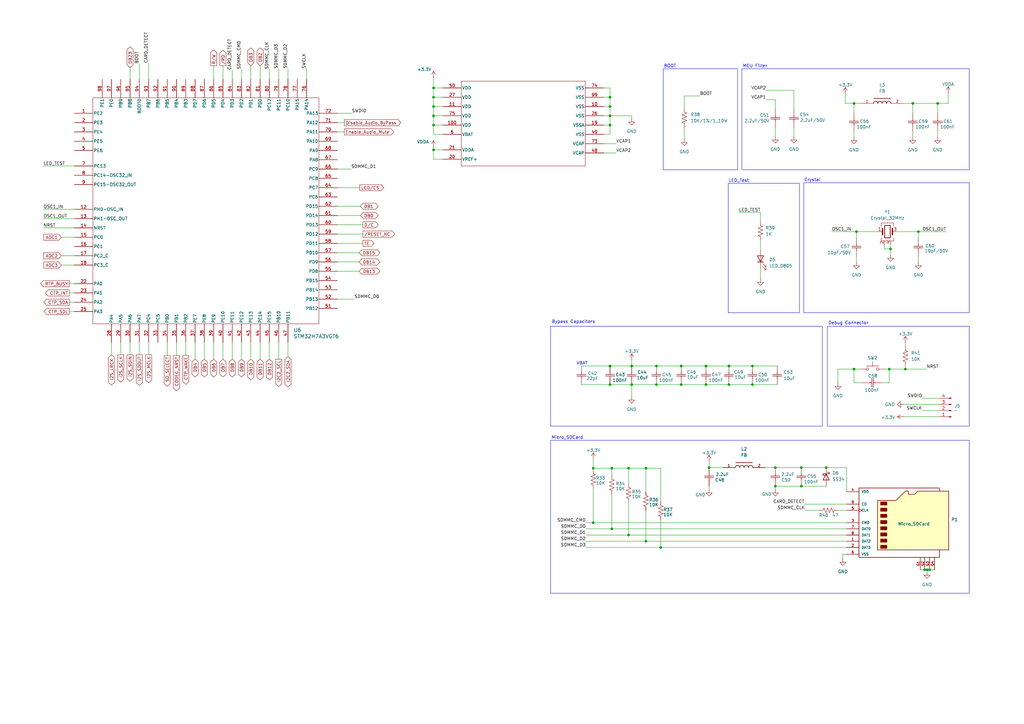
<source format=kicad_sch>
(kicad_sch (version 20231120) (generator "eeschema") (generator_version "8.0")
  (paper "A3")
  (junction (at 269.24 150.114))
  (junction (at 289.56 157.734))
  (junction (at 257.81 192.024))
  (junction (at 250.19 51.308))
  (junction (at 338.836 191.77))
  (junction (at 269.24 157.734))
  (junction (at 290.83 191.77))
  (junction (at 376.682 94.996))
  (junction (at 177.8 43.688))
  (junction (at 318.008 199.39))
  (junction (at 259.08 157.734))
  (junction (at 350.266 151.384))
  (junction (at 318.008 191.77))
  (junction (at 365.252 102.108))
  (junction (at 308.61 157.734))
  (junction (at 298.958 157.734))
  (junction (at 177.8 47.498))
  (junction (at 328.676 191.77))
  (junction (at 177.8 36.068))
  (junction (at 279.4 157.734))
  (junction (at 289.56 150.114))
  (junction (at 380.238 233.68))
  (junction (at 250.19 47.498))
  (junction (at 243.332 192.024))
  (junction (at 264.922 192.024))
  (junction (at 177.8 61.468))
  (junction (at 250.19 157.734))
  (junction (at 381.254 233.68))
  (junction (at 250.952 216.916))
  (junction (at 384.556 42.418))
  (junction (at 351.282 94.996))
  (junction (at 328.676 199.39))
  (junction (at 259.08 150.114))
  (junction (at 177.8 51.308))
  (junction (at 298.958 150.114))
  (junction (at 350.266 42.418))
  (junction (at 250.952 192.024))
  (junction (at 250.19 39.878))
  (junction (at 364.744 151.384))
  (junction (at 374.396 42.418))
  (junction (at 264.922 221.996))
  (junction (at 243.332 214.376))
  (junction (at 371.348 151.384))
  (junction (at 257.81 219.456))
  (junction (at 308.61 150.114))
  (junction (at 271.018 224.536))
  (junction (at 250.19 150.114))
  (junction (at 279.4 150.114))
  (junction (at 379.222 233.68))
  (junction (at 250.19 43.688))
  (junction (at 177.8 39.878))
  (wire (pts (xy 177.8 47.498) (xy 177.8 43.688)))
  (wire (pts (xy 314.198 37.084) (xy 325.628 37.084)))
  (wire (pts (xy 247.65 39.878) (xy 250.19 39.878)))
  (wire (pts (xy 271.018 213.36) (xy 271.018 224.536)))
  (wire (pts (xy 350.266 151.384) (xy 352.806 151.384)))
  (wire (pts (xy 257.81 205.994) (xy 257.81 219.456)))
  (wire (pts (xy 72.39 145.796) (xy 72.39 140.462)))
  (wire (pts (xy 318.008 40.894) (xy 318.008 44.704)))
  (wire (pts (xy 181.61 55.118) (xy 177.8 55.118)))
  (wire (pts (xy 250.19 51.308) (xy 250.19 55.118)))
  (wire (pts (xy 347.218 191.77) (xy 347.218 201.676)))
  (wire (pts (xy 99.06 147.32) (xy 99.06 140.462)))
  (wire (pts (xy 313.944 191.77) (xy 318.008 191.77)))
  (wire (pts (xy 350.266 42.418) (xy 350.266 46.228)))
  (wire (pts (xy 181.61 65.278) (xy 177.8 65.278)))
  (wire (pts (xy 177.8 31.75) (xy 177.8 36.068)))
  (wire (pts (xy 250.952 202.692) (xy 250.952 216.916)))
  (wire (pts (xy 147.32 111.252) (xy 138.43 111.252)))
  (wire (pts (xy 311.912 87.122) (xy 311.912 90.932)))
  (wire (pts (xy 376.682 105.156) (xy 376.682 107.696)))
  (wire (pts (xy 250.952 216.916) (xy 347.218 216.916)))
  (wire (pts (xy 45.72 145.542) (xy 45.72 140.462)))
  (wire (pts (xy 25.146 108.712) (xy 30.48 108.712)))
  (wire (pts (xy 53.34 145.542) (xy 53.34 140.462)))
  (wire (pts (xy 250.19 43.688) (xy 250.19 47.498)))
  (wire (pts (xy 240.284 216.916) (xy 250.952 216.916)))
  (wire (pts (xy 343.662 151.384) (xy 350.266 151.384)))
  (wire (pts (xy 106.68 147.32) (xy 106.68 140.462)))
  (wire (pts (xy 250.19 157.734) (xy 259.08 157.734)))
  (wire (pts (xy 374.396 46.228) (xy 374.396 42.418)))
  (wire (pts (xy 287.02 39.37) (xy 280.67 39.37)))
  (wire (pts (xy 341.122 94.996) (xy 351.282 94.996)))
  (wire (pts (xy 362.712 102.108) (xy 365.252 102.108)))
  (wire (pts (xy 68.58 145.796) (xy 68.58 140.462)))
  (wire (pts (xy 177.8 47.498) (xy 177.8 51.308)))
  (wire (pts (xy 49.53 145.542) (xy 49.53 140.462)))
  (wire (pts (xy 351.282 94.996) (xy 360.172 94.996)))
  (wire (pts (xy 110.49 147.32) (xy 110.49 140.462)))
  (wire (pts (xy 290.83 189.23) (xy 290.83 191.77)))
  (wire (pts (xy 350.266 156.972) (xy 350.266 151.384)))
  (wire (pts (xy 250.952 192.024) (xy 250.952 195.072)))
  (wire (pts (xy 17.78 93.472) (xy 30.48 93.472)))
  (wire (pts (xy 380.238 233.68) (xy 380.238 234.696)))
  (wire (pts (xy 28.448 116.332) (xy 30.48 116.332)))
  (wire (pts (xy 298.958 157.734) (xy 308.61 157.734)))
  (wire (pts (xy 388.874 42.418) (xy 384.556 42.418)))
  (wire (pts (xy 370.586 170.942) (xy 385.064 170.942)))
  (wire (pts (xy 354.076 156.972) (xy 350.266 156.972)))
  (wire (pts (xy 269.24 157.734) (xy 279.4 157.734)))
  (wire (pts (xy 364.744 151.384) (xy 362.966 151.384)))
  (wire (pts (xy 60.96 25.908) (xy 60.96 32.512)))
  (wire (pts (xy 252.73 62.738) (xy 247.65 62.738)))
  (wire (pts (xy 240.284 224.536) (xy 271.018 224.536)))
  (wire (pts (xy 243.332 214.376) (xy 347.218 214.376)))
  (wire (pts (xy 250.19 47.498) (xy 250.19 51.308)))
  (wire (pts (xy 102.87 26.924) (xy 102.87 32.512)))
  (wire (pts (xy 252.73 58.928) (xy 247.65 58.928)))
  (wire (pts (xy 361.696 156.972) (xy 364.744 156.972)))
  (wire (pts (xy 385.064 165.862) (xy 370.586 165.862)))
  (wire (pts (xy 303.022 87.122) (xy 311.912 87.122)))
  (wire (pts (xy 240.284 214.376) (xy 243.332 214.376)))
  (wire (pts (xy 345.694 227.33) (xy 345.694 229.362)))
  (wire (pts (xy 141.224 50.292) (xy 138.43 50.292)))
  (wire (pts (xy 95.25 147.32) (xy 95.25 140.462)))
  (wire (pts (xy 83.82 147.32) (xy 83.82 140.462)))
  (wire (pts (xy 250.19 55.118) (xy 247.65 55.118)))
  (wire (pts (xy 289.56 157.734) (xy 298.958 157.734)))
  (wire (pts (xy 318.008 199.39) (xy 328.676 199.39)))
  (wire (pts (xy 384.556 53.848) (xy 384.556 56.388)))
  (wire (pts (xy 259.08 157.734) (xy 259.08 162.814)))
  (wire (pts (xy 311.912 98.552) (xy 311.912 102.362)))
  (wire (pts (xy 376.682 94.996) (xy 376.682 97.536)))
  (wire (pts (xy 388.874 38.1) (xy 388.874 42.418)))
  (wire (pts (xy 243.332 200.406) (xy 243.332 214.376)))
  (wire (pts (xy 279.4 157.734) (xy 289.56 157.734)))
  (wire (pts (xy 311.912 109.982) (xy 311.912 114.554)))
  (wire (pts (xy 329.946 206.756) (xy 347.218 206.756)))
  (wire (pts (xy 177.8 60.198) (xy 177.8 61.468)))
  (wire (pts (xy 370.586 42.418) (xy 374.396 42.418)))
  (wire (pts (xy 76.2 145.796) (xy 76.2 140.462)))
  (wire (pts (xy 145.288 122.682) (xy 138.43 122.682)))
  (wire (pts (xy 365.252 102.108) (xy 365.252 100.076)))
  (wire (pts (xy 141.224 54.102) (xy 138.43 54.102)))
  (wire (pts (xy 181.61 61.468) (xy 177.8 61.468)))
  (wire (pts (xy 240.284 221.996) (xy 264.922 221.996)))
  (wire (pts (xy 57.15 145.542) (xy 57.15 140.462)))
  (wire (pts (xy 371.348 140.462) (xy 371.348 142.24)))
  (wire (pts (xy 325.628 52.324) (xy 325.628 56.134)))
  (wire (pts (xy 343.662 209.296) (xy 347.218 209.296)))
  (wire (pts (xy 80.01 147.32) (xy 80.01 140.462)))
  (wire (pts (xy 144.018 69.342) (xy 138.43 69.342)))
  (wire (pts (xy 269.24 150.114) (xy 279.4 150.114)))
  (wire (pts (xy 53.34 27.686) (xy 53.34 32.512)))
  (wire (pts (xy 257.81 219.456) (xy 347.218 219.456)))
  (wire (pts (xy 243.332 192.024) (xy 250.952 192.024)))
  (wire (pts (xy 99.06 28.448) (xy 99.06 32.512)))
  (wire (pts (xy 350.266 53.848) (xy 350.266 56.388)))
  (wire (pts (xy 325.628 37.084) (xy 325.628 44.704)))
  (wire (pts (xy 148.844 99.822) (xy 138.43 99.822)))
  (wire (pts (xy 238.506 157.734) (xy 250.19 157.734)))
  (wire (pts (xy 378.206 168.402) (xy 385.064 168.402)))
  (wire (pts (xy 347.218 227.33) (xy 345.694 227.33)))
  (wire (pts (xy 351.282 94.996) (xy 351.282 97.536)))
  (wire (pts (xy 148.844 96.012) (xy 138.43 96.012)))
  (wire (pts (xy 91.44 147.32) (xy 91.44 140.462)))
  (wire (pts (xy 247.65 51.308) (xy 250.19 51.308)))
  (wire (pts (xy 259.08 157.734) (xy 269.24 157.734)))
  (wire (pts (xy 102.87 147.32) (xy 102.87 140.462)))
  (wire (pts (xy 147.32 103.632) (xy 138.43 103.632)))
  (wire (pts (xy 346.71 38.354) (xy 346.71 42.418)))
  (wire (pts (xy 106.68 26.924) (xy 106.68 32.512)))
  (wire (pts (xy 264.922 221.996) (xy 347.218 221.996)))
  (wire (pts (xy 60.96 145.542) (xy 60.96 140.462)))
  (wire (pts (xy 238.506 150.114) (xy 250.19 150.114)))
  (wire (pts (xy 280.67 52.07) (xy 280.67 57.15)))
  (wire (pts (xy 259.08 48.768) (xy 259.08 47.498)))
  (wire (pts (xy 181.61 43.688) (xy 177.8 43.688)))
  (wire (pts (xy 280.67 39.37) (xy 280.67 44.45)))
  (wire (pts (xy 318.008 52.324) (xy 318.008 56.134)))
  (wire (pts (xy 181.61 51.308) (xy 177.8 51.308)))
  (wire (pts (xy 181.61 47.498) (xy 177.8 47.498)))
  (wire (pts (xy 177.8 55.118) (xy 177.8 51.308)))
  (wire (pts (xy 379.984 151.384) (xy 371.348 151.384)))
  (wire (pts (xy 298.958 150.114) (xy 308.61 150.114)))
  (wire (pts (xy 125.73 28.194) (xy 125.73 32.512)))
  (wire (pts (xy 290.83 199.39) (xy 290.83 200.914)))
  (wire (pts (xy 328.676 199.39) (xy 338.836 199.39)))
  (wire (pts (xy 351.282 105.156) (xy 351.282 107.696)))
  (wire (pts (xy 138.43 46.482) (xy 144.272 46.482)))
  (wire (pts (xy 362.712 100.076) (xy 362.712 102.108)))
  (wire (pts (xy 240.284 219.456) (xy 257.81 219.456)))
  (wire (pts (xy 95.25 28.702) (xy 95.25 32.512)))
  (wire (pts (xy 271.018 205.74) (xy 271.018 192.024)))
  (wire (pts (xy 28.448 127.762) (xy 30.48 127.762)))
  (wire (pts (xy 374.396 42.418) (xy 384.556 42.418)))
  (wire (pts (xy 247.65 47.498) (xy 250.19 47.498)))
  (wire (pts (xy 364.744 151.384) (xy 364.744 156.972)))
  (wire (pts (xy 28.448 123.952) (xy 30.48 123.952)))
  (wire (pts (xy 110.49 28.448) (xy 110.49 32.512)))
  (wire (pts (xy 264.922 192.024) (xy 264.922 201.676)))
  (wire (pts (xy 347.218 191.77) (xy 338.836 191.77)))
  (wire (pts (xy 250.19 150.114) (xy 259.08 150.114)))
  (wire (pts (xy 148.844 92.202) (xy 138.43 92.202)))
  (wire (pts (xy 377.444 233.68) (xy 379.222 233.68)))
  (wire (pts (xy 25.146 97.282) (xy 30.48 97.282)))
  (wire (pts (xy 17.78 68.072) (xy 30.48 68.072)))
  (wire (pts (xy 381.254 233.68) (xy 383.286 233.68)))
  (wire (pts (xy 177.8 65.278) (xy 177.8 61.468)))
  (wire (pts (xy 271.018 192.024) (xy 264.922 192.024)))
  (wire (pts (xy 353.06 42.418) (xy 350.266 42.418)))
  (wire (pts (xy 250.19 47.498) (xy 259.08 47.498)))
  (wire (pts (xy 177.8 43.688) (xy 177.8 39.878)))
  (wire (pts (xy 118.11 28.194) (xy 118.11 32.512)))
  (wire (pts (xy 379.222 233.68) (xy 380.238 233.68)))
  (wire (pts (xy 388.112 94.996) (xy 376.682 94.996)))
  (wire (pts (xy 177.8 36.068) (xy 177.8 39.878)))
  (wire (pts (xy 25.146 104.902) (xy 30.48 104.902)))
  (wire (pts (xy 289.56 150.114) (xy 298.958 150.114)))
  (wire (pts (xy 147.574 76.962) (xy 138.43 76.962)))
  (wire (pts (xy 271.018 224.536) (xy 347.218 224.536)))
  (wire (pts (xy 114.3 147.32) (xy 114.3 140.462)))
  (wire (pts (xy 147.828 88.392) (xy 138.43 88.392)))
  (wire (pts (xy 365.252 102.108) (xy 365.252 104.648)))
  (wire (pts (xy 243.332 188.214) (xy 243.332 192.024)))
  (wire (pts (xy 374.396 53.848) (xy 374.396 56.388)))
  (wire (pts (xy 257.81 192.024) (xy 264.922 192.024)))
  (wire (pts (xy 250.19 39.878) (xy 250.19 43.688)))
  (wire (pts (xy 257.81 192.024) (xy 257.81 198.374)))
  (wire (pts (xy 28.448 120.142) (xy 30.48 120.142)))
  (wire (pts (xy 247.65 36.068) (xy 250.19 36.068)))
  (wire (pts (xy 308.61 150.114) (xy 318.77 150.114)))
  (wire (pts (xy 87.63 147.32) (xy 87.63 140.462)))
  (wire (pts (xy 250.952 192.024) (xy 257.81 192.024)))
  (wire (pts (xy 147.32 107.442) (xy 138.43 107.442)))
  (wire (pts (xy 318.008 200.914) (xy 318.008 199.39)))
  (wire (pts (xy 259.08 150.114) (xy 269.24 150.114)))
  (wire (pts (xy 264.922 209.296) (xy 264.922 221.996)))
  (wire (pts (xy 147.828 84.582) (xy 138.43 84.582)))
  (wire (pts (xy 308.61 157.734) (xy 318.77 157.734)))
  (wire (pts (xy 384.556 42.418) (xy 384.556 46.228)))
  (wire (pts (xy 279.4 150.114) (xy 289.56 150.114)))
  (wire (pts (xy 181.61 39.878) (xy 177.8 39.878)))
  (wire (pts (xy 57.15 26.162) (xy 57.15 32.512)))
  (wire (pts (xy 371.348 151.384) (xy 364.744 151.384)))
  (wire (pts (xy 371.348 149.86) (xy 371.348 151.384)))
  (wire (pts (xy 346.71 42.418) (xy 350.266 42.418)))
  (wire (pts (xy 87.63 26.924) (xy 87.63 32.512)))
  (wire (pts (xy 243.332 192.024) (xy 243.332 192.786)))
  (wire (pts (xy 343.662 157.226) (xy 343.662 151.384)))
  (wire (pts (xy 330.2 209.296) (xy 336.042 209.296)))
  (wire (pts (xy 91.44 26.924) (xy 91.44 32.512)))
  (wire (pts (xy 380.238 233.68) (xy 381.254 233.68)))
  (wire (pts (xy 114.3 28.194) (xy 114.3 32.512)))
  (wire (pts (xy 328.676 191.77) (xy 338.836 191.77)))
  (wire (pts (xy 177.546 36.068) (xy 177.8 36.068)))
  (wire (pts (xy 259.08 147.574) (xy 259.08 150.114)))
  (wire (pts (xy 378.206 163.322) (xy 385.064 163.322)))
  (wire (pts (xy 290.83 191.77) (xy 296.418 191.77)))
  (wire (pts (xy 17.78 89.662) (xy 30.48 89.662)))
  (wire (pts (xy 177.8 36.068) (xy 181.61 36.068)))
  (wire (pts (xy 250.19 36.068) (xy 250.19 39.878)))
  (wire (pts (xy 328.676 191.77) (xy 318.008 191.77)))
  (wire (pts (xy 118.11 146.304) (xy 118.11 140.462)))
  (wire (pts (xy 17.78 85.852) (xy 30.48 85.852)))
  (wire (pts (xy 367.792 94.996) (xy 376.682 94.996)))
  (wire (pts (xy 247.65 43.688) (xy 250.19 43.688)))
  (wire (pts (xy 314.198 40.894) (xy 318.008 40.894)))
  (rectangle (start 225.806 133.858) (end 337.312 174.752))
  (rectangle (start 329.692 74.93) (end 397.51 128.27))
  (rectangle (start 298.704 75.184) (end 327.914 128.27))
  (rectangle (start 272.034 28.194) (end 302.514 69.596))
  (rectangle (start 225.806 180.594) (end 397.51 243.332))
  (rectangle (start 339.344 133.858) (end 397.51 174.752))
  (rectangle (start 304.292 28.194) (end 397.51 69.596))
  (text "BOOT" (at 274.828 27.178 0) (effects (font (size 1.27 1.27))))
  (text "Crystal" (at 333.248 73.914 0) (effects (font (size 1.27 1.27))))
  (text "Debug Connector" (at 347.98 132.588 0) (effects (font (size 1.27 1.27))))
  (text "LED_Test" (at 303.022 74.168 0) (effects (font (size 1.27 1.27))))
  (text "VBAT\n" (at 238.76 149.098 0) (effects (font (size 1.27 1.27))))
  (text "Bypass Capacitors" (at 235.204 132.08 0) (effects (font (size 1.27 1.27))))
  (text "Micro_SDCard" (at 232.664 179.578 0) (effects (font (size 1.27 1.27))))
  (text "MCU Filter	" (at 312.166 27.178 0) (effects (font (size 1.27 1.27))))
  (label "CARD_DETECT" (at 329.946 206.756 180))
  (label "LED_TEST" (at 303.022 87.122 0))
  (label "BOOT" (at 57.15 26.162 90))
  (label "OSC1_IN" (at 341.122 94.996 0))
  (label "VCAP1" (at 314.198 40.894 180))
  (label "SWCLK" (at 125.73 28.194 90))
  (label "SDMMC_D2" (at 240.284 221.996 180))
  (label "SDMMC_D1" (at 240.284 219.456 180))
  (label "SDMMC_CMD" (at 99.06 28.448 90))
  (label "SDMMC_CLK" (at 330.2 209.296 180))
  (label "OSC1_OUT" (at 388.112 94.996 180))
  (label "SWDIO" (at 144.272 46.482 0))
  (label "SDMMC_D2" (at 118.11 28.194 90))
  (label "VCAP2" (at 252.73 62.738 0))
  (label "NRST" (at 17.78 93.472 0))
  (label "LED_TEST" (at 17.78 68.072 0))
  (label "SWCLK" (at 378.206 168.402 180))
  (label "SDMMC_D0" (at 145.288 122.682 0))
  (label "OSC1_OUT" (at 17.78 89.662 0))
  (label "CARD_DETECT" (at 95.25 28.702 90))
  (label "SDMMC_CMD" (at 240.284 214.376 180))
  (label "SDMMC_CLK" (at 110.49 28.448 90))
  (label "CARD_DETECT" (at 60.96 25.908 90))
  (label "SDMMC_D3" (at 240.284 224.536 180))
  (label "SWDIO" (at 378.206 163.322 180))
  (label "BOOT" (at 287.02 39.37 0))
  (label "NRST" (at 379.984 151.384 0))
  (label "SDMMC_D3" (at 114.3 28.194 90))
  (label "OSC1_IN" (at 17.78 85.852 0))
  (label "SDMMC_D1" (at 144.018 69.342 0))
  (label "VCAP2" (at 314.198 37.084 180))
  (label "VCAP1" (at 252.73 58.928 0))
  (label "SDMMC_D0" (at 240.284 216.916 180))
  (global_label "DB11" (shape bidirectional) (at 106.68 147.32 270) (property "Intersheetrefs" "${INTERSHEET_REFS}" (effects (hide yes))))
  (global_label "CODEC_NRST" (shape output) (at 72.39 145.796 270) (property "Intersheetrefs" "${INTERSHEET_REFS}" (effects (hide yes))))
  (global_label "I2C2_SDA" (shape bidirectional) (at 118.11 146.304 270) (property "Intersheetrefs" "${INTERSHEET_REFS}" (effects (hide yes))))
  (global_label "SD_SELECT" (shape output) (at 68.58 145.796 270) (property "Intersheetrefs" "${INTERSHEET_REFS}" (effects (hide yes))))
  (global_label "Disable_Audio_ByPass" (shape output) (at 141.224 50.292 0) (property "Intersheetrefs" "${INTERSHEET_REFS}" (effects (hide yes))))
  (global_label "DB6" (shape bidirectional) (at 87.63 147.32 270) (property "Intersheetrefs" "${INTERSHEET_REFS}" (effects (hide yes))))
  (global_label "DB4" (shape bidirectional) (at 80.01 147.32 270) (property "Intersheetrefs" "${INTERSHEET_REFS}" (effects (hide yes))))
  (global_label "I2S_SDIN" (shape output) (at 53.34 145.542 270) (property "Intersheetrefs" "${INTERSHEET_REFS}" (effects (hide yes))))
  (global_label "Enable_Audio_Mute" (shape output) (at 141.224 54.102 0) (property "Intersheetrefs" "${INTERSHEET_REFS}" (effects (hide yes))))
  (global_label "DB23" (shape bidirectional) (at 53.34 27.686 90) (property "Intersheetrefs" "${INTERSHEET_REFS}" (effects (hide yes))))
  (global_label "DB7" (shape bidirectional) (at 91.44 147.32 270) (property "Intersheetrefs" "${INTERSHEET_REFS}" (effects (hide yes))))
  (global_label "D{slash}C" (shape output) (at 148.844 92.202 0) (property "Intersheetrefs" "${INTERSHEET_REFS}" (effects (hide yes))))
  (global_label "LCD{slash}CS" (shape output) (at 147.574 76.962 0) (property "Intersheetrefs" "${INTERSHEET_REFS}" (effects (hide yes))))
  (global_label "DB5" (shape bidirectional) (at 83.82 147.32 270) (property "Intersheetrefs" "${INTERSHEET_REFS}" (effects (hide yes))))
  (global_label "DB3" (shape bidirectional) (at 102.87 26.924 90) (property "Intersheetrefs" "${INTERSHEET_REFS}" (effects (hide yes))))
  (global_label "ADC1" (shape input) (at 25.146 97.282 180) (property "Intersheetrefs" "${INTERSHEET_REFS}" (effects (hide yes))))
  (global_label "RTP_BUSY" (shape output) (at 28.448 116.332 180) (property "Intersheetrefs" "${INTERSHEET_REFS}" (effects (hide yes))))
  (global_label "DB1" (shape bidirectional) (at 147.828 84.582 0) (property "Intersheetrefs" "${INTERSHEET_REFS}" (effects (hide yes))))
  (global_label "CTP_INT" (shape output) (at 28.448 120.142 180) (property "Intersheetrefs" "${INTERSHEET_REFS}" (effects (hide yes))))
  (global_label "DB13" (shape bidirectional) (at 147.32 111.252 0) (property "Intersheetrefs" "${INTERSHEET_REFS}" (effects (hide yes))))
  (global_label "DB0" (shape bidirectional) (at 147.828 88.392 0) (property "Intersheetrefs" "${INTERSHEET_REFS}" (effects (hide yes))))
  (global_label "R{slash}W" (shape output) (at 87.63 26.924 90) (property "Intersheetrefs" "${INTERSHEET_REFS}" (effects (hide yes))))
  (global_label "DB15" (shape bidirectional) (at 147.32 103.632 0) (property "Intersheetrefs" "${INTERSHEET_REFS}" (effects (hide yes))))
  (global_label "I2S_LRCK" (shape bidirectional) (at 45.72 145.542 270) (property "Intersheetrefs" "${INTERSHEET_REFS}" (effects (hide yes))))
  (global_label "DB10" (shape bidirectional) (at 102.87 147.32 270) (property "Intersheetrefs" "${INTERSHEET_REFS}" (effects (hide yes))))
  (global_label "{slash}RESET_NC" (shape output) (at 148.844 96.012 0) (property "Intersheetrefs" "${INTERSHEET_REFS}" (effects (hide yes))))
  (global_label "CTP_WAKE" (shape output) (at 76.2 145.796 270) (property "Intersheetrefs" "${INTERSHEET_REFS}" (effects (hide yes))))
  (global_label "I2S_SDOUT" (shape output) (at 57.15 145.542 270) (property "Intersheetrefs" "${INTERSHEET_REFS}" (effects (hide yes))))
  (global_label "ADC3" (shape input) (at 25.146 108.712 180) (property "Intersheetrefs" "${INTERSHEET_REFS}" (effects (hide yes))))
  (global_label "{slash}RD" (shape output) (at 91.44 26.924 90) (property "Intersheetrefs" "${INTERSHEET_REFS}" (effects (hide yes))))
  (global_label "DB2" (shape bidirectional) (at 106.68 26.924 90) (property "Intersheetrefs" "${INTERSHEET_REFS}" (effects (hide yes))))
  (global_label "I2S_MCLK" (shape output) (at 60.96 145.542 270) (property "Intersheetrefs" "${INTERSHEET_REFS}" (effects (hide yes))))
  (global_label "ADC2" (shape input) (at 25.146 104.902 180) (property "Intersheetrefs" "${INTERSHEET_REFS}" (effects (hide yes))))
  (global_label "CTP_SDA" (shape output) (at 28.448 123.952 180) (property "Intersheetrefs" "${INTERSHEET_REFS}" (effects (hide yes))))
  (global_label "DB14" (shape bidirectional) (at 147.32 107.442 0) (property "Intersheetrefs" "${INTERSHEET_REFS}" (effects (hide yes))))
  (global_label "TE" (shape output) (at 148.844 99.822 0) (property "Intersheetrefs" "${INTERSHEET_REFS}" (effects (hide yes))))
  (global_label "DB12" (shape bidirectional) (at 110.49 147.32 270) (property "Intersheetrefs" "${INTERSHEET_REFS}" (effects (hide yes))))
  (global_label "DB9" (shape bidirectional) (at 99.06 147.32 270) (property "Intersheetrefs" "${INTERSHEET_REFS}" (effects (hide yes))))
  (global_label "DB8" (shape bidirectional) (at 95.25 147.32 270) (property "Intersheetrefs" "${INTERSHEET_REFS}" (effects (hide yes))))
  (global_label "CTP_SDL" (shape output) (at 28.448 127.762 180) (property "Intersheetrefs" "${INTERSHEET_REFS}" (effects (hide yes))))
  (global_label "I2C2_SCL" (shape output) (at 114.3 147.32 270) (property "Intersheetrefs" "${INTERSHEET_REFS}" (effects (hide yes))))
  (global_label "I2S_SCLK" (shape output) (at 49.53 145.542 270) (property "Intersheetrefs" "${INTERSHEET_REFS}" (effects (hide yes))))
  (symbol (lib_id "power:GND") (at 376.682 107.696 0) (unit 1)
    (property "Reference" "#PWR088" (effects (hide yes)))
    (property "Value" "GND" (at 376.682 112.776 0))
    (property "Description" "Power symbol creates a global label with name \"GND\" , ground" (effects (hide yes)))
  )
  (symbol (lib_id "power:GND") (at 380.238 234.696 0) (unit 1)
    (property "Reference" "#PWR089" (effects (hide yes)))
    (property "Value" "GND" (at 380.238 239.776 0))
    (property "Description" "Power symbol creates a global label with name \"GND\" , ground" (effects (hide yes)))
  )
  (symbol (lib_id "power:GND") (at 365.252 104.648 0) (unit 1)
    (property "Reference" "#PWR083" (effects (hide yes)))
    (property "Value" "GND" (at 365.252 109.728 0))
    (property "Description" "Power symbol creates a global label with name \"GND\" , ground" (effects (hide yes)))
  )
  (symbol (lib_id "charge_battery_sym_lib:Res_10K_0603_1%") (at 371.348 149.86 90) (unit 1)
    (property "Reference" "R41" (at 373.634 144.7799 90) (effects (justify right)))
    (property "Value" "10K" (at 373.634 147.3199 90) (effects (justify right)))
    (property "Footprint" "charge_battery_footprint_lib:Res_0603" (effects (hide yes)))
    (property "Datasheet" "https://fscdn.rohm.com/en/products/databook/datasheet/passive/resistor/chip_resistor/esr-e.pdf" (effects (hide yes)))
    (property "Description" "Res 10 KOhm 0603 1%" (effects (hide yes)))
    (property "Supply name" "Thegioiic" (effects (hide yes)))
    (property "Supply part number" "Điện Trở 10 KOhm 0603 1%" (effects (hide yes)))
    (property "Supply URL" "https://www.thegioiic.com/dien-tro-10-kohm-0603-1-" (effects (hide yes)))
  )
  (symbol (lib_id "charge_battery_sym_lib:Ceramic_Cap_SMD_100nF_16V") (at 350.266 47.498 270) (unit 1)
    (property "Reference" "C56" (at 352.552 49.784 90) (effects (justify left)))
    (property "Value" "100nF" (at 351.282 52.07 90) (effects (justify left)))
    (property "Footprint" "charge_battery_footprint_lib:Ceramic_Cap_0603" (effects (hide yes)))
    (property "Datasheet" "https://www.mouser.vn/datasheet/2/40/KYOCERA_AutoMLCCKAM-3106308.pdf" (effects (hide yes)))
    (property "Description" "10%, 0603 (1608 Metric)" (effects (hide yes)))
    (property "Supply name" "Thegioiic" (effects (hide yes)))
    (property "Supply part number" "Tụ Gốm 0603 100nF (0.1uF) 16V" (effects (hide yes)))
    (property "Supply URL" "https://www.thegioiic.com/tu-gom-0603-100nf-0-1uf-16v" (effects (hide yes)))
  )
  (symbol (lib_id "Digital_Multi_Effect_Pedal:SS34") (at 338.836 195.58 270) (unit 1)
    (property "Reference" "D6" (at 341.376 193.9924 90) (effects (justify left)))
    (property "Value" "SS34" (at 341.376 196.5324 90) (effects (justify left)))
    (property "Footprint" "Diode_SMD:D_SMA" (effects (hide yes)))
    (property "Datasheet" "https://www.vishay.com/docs/88751/ss32.pdf" (effects (hide yes)))
    (property "Description" "40V 3A Schottky Diode, SMA" (effects (hide yes)))
  )
  (symbol (lib_id "power:+3.3V") (at 290.83 189.23 0) (unit 1)
    (property "Reference" "#PWR072" (effects (hide yes)))
    (property "Value" "+3.3V" (at 290.83 185.674 0))
    (property "Description" "Power symbol creates a global label with name \"+3.3V\"" (effects (hide yes)))
  )
  (symbol (lib_id "charge_battery_sym_lib:Ceramic_Cap_SMD_1uF_16V") (at 325.628 52.324 90) (unit 1)
    (property "Reference" "C54" (at 327.914 46.99 90) (effects (justify right)))
    (property "Value" "2.2uF/50V" (at 328.168 49.276 90) (effects (justify right)))
    (property "Footprint" "charge_battery_footprint_lib:Ceramic_Cap_0603" (effects (hide yes)))
    (property "Datasheet" "https://www.mouser.vn/datasheet/2/40/KYOCERA_AutoMLCCKAM-3106308.pdf" (effects (hide yes)))
    (property "Description" "10%, 0603 (1608 Metric)" (effects (hide yes)))
    (property "Supply name" "Thegioiic" (effects (hide yes)))
    (property "Supply part number" "Tụ Gốm 0603 2.2uF 50V" (effects (hide yes)))
    (property "Supply URL" "https://www.thegioiic.com/tu-gom-0603-2-2uf-25v" (effects (hide yes)))
  )
  (symbol (lib_id "charge_battery_sym_lib:Res_10K_0603_1%") (at 271.018 213.36 90) (unit 1)
    (property "Reference" "R37" (at 272.034 209.042 90) (effects (justify right)))
    (property "Value" "10K" (at 272.034 211.074 90) (effects (justify right)))
    (property "Footprint" "charge_battery_footprint_lib:Res_0603" (effects (hide yes)))
    (property "Datasheet" "https://fscdn.rohm.com/en/products/databook/datasheet/passive/resistor/chip_resistor/esr-e.pdf" (effects (hide yes)))
    (property "Description" "Res 10 KOhm 0603 1%" (effects (hide yes)))
    (property "Supply name" "Thegioiic" (effects (hide yes)))
    (property "Supply part number" "Điện Trở 10 KOhm 0603 1%" (effects (hide yes)))
    (property "Supply URL" "https://www.thegioiic.com/dien-tro-10-kohm-0603-1-" (effects (hide yes)))
  )
  (symbol (lib_id "power:GND") (at 280.67 57.15 0) (unit 1)
    (property "Reference" "#PWR071" (effects (hide yes)))
    (property "Value" "GND" (at 280.67 62.23 0))
    (property "Description" "Power symbol creates a global label with name \"GND\" , ground" (effects (hide yes)))
  )
  (symbol (lib_id "power:VDDA") (at 388.874 38.1 0) (unit 1)
    (property "Reference" "#PWR091" (effects (hide yes)))
    (property "Value" "VDDA" (at 388.874 34.544 0))
    (property "Description" "Power symbol creates a global label with name \"VDDA\"" (effects (hide yes)))
  )
  (symbol (lib_id "power:+3.3V") (at 346.71 38.354 0) (unit 1)
    (property "Reference" "#PWR080" (effects (hide yes)))
    (property "Value" "+3.3V" (at 346.71 34.798 0))
    (property "Description" "Power symbol creates a global label with name \"+3.3V\"" (effects (hide yes)))
  )
  (symbol (lib_id "power:GND") (at 325.628 56.134 0) (unit 1)
    (property "Reference" "#PWR077" (effects (hide yes)))
    (property "Value" "GND" (at 325.628 61.214 0))
    (property "Description" "Power symbol creates a global label with name \"GND\" , ground" (effects (hide yes)))
  )
  (symbol (lib_id "charge_battery_sym_lib:Res_10K_0603_1%") (at 250.952 202.692 90) (unit 1)
    (property "Reference" "R34" (at 252.476 198.374 90) (effects (justify right)))
    (property "Value" "10K" (at 252.476 200.406 90) (effects (justify right)))
    (property "Footprint" "charge_battery_footprint_lib:Res_0603" (effects (hide yes)))
    (property "Datasheet" "https://fscdn.rohm.com/en/products/databook/datasheet/passive/resistor/chip_resistor/esr-e.pdf" (effects (hide yes)))
    (property "Description" "Res 10 KOhm 0603 1%" (effects (hide yes)))
    (property "Supply name" "Thegioiic" (effects (hide yes)))
    (property "Supply part number" "Điện Trở 10 KOhm 0603 1%" (effects (hide yes)))
    (property "Supply URL" "https://www.thegioiic.com/dien-tro-10-kohm-0603-1-" (effects (hide yes)))
  )
  (symbol (lib_id "power:GND") (at 343.662 157.226 0) (unit 1)
    (property "Reference" "#PWR078" (effects (hide yes)))
    (property "Value" "GND" (at 343.662 162.306 0))
    (property "Description" "Power symbol creates a global label with name \"GND\" , ground" (effects (hide yes)))
  )
  (symbol (lib_id "power:GND") (at 370.586 165.862 270) (unit 1)
    (property "Reference" "#PWR084" (effects (hide yes)))
    (property "Value" "GND" (at 367.03 165.8619 90) (effects (justify right)))
    (property "Description" "Power symbol creates a global label with name \"GND\" , ground" (effects (hide yes)))
  )
  (symbol (lib_id "Digital_Multi_Effect_Pedal:Crystal_16MHz_3225") (at 363.474 97.028 0) (unit 1)
    (property "Reference" "Y1" (at 363.982 86.868 0))
    (property "Value" "Crystal_32MHz" (at 363.982 89.408 0))
    (property "Footprint" "Digital_Multi_Effect_Pedal:XTAL_TSX-3225_16.0000MF18X-AC3" (effects (hide yes)))
    (property "MF" "EPSON" (effects (hide yes)))
    (property "Description_1" "\n                        \n                            16 MHz ±10ppm Crystal 9pF 60 Ohms 4-SMD, No Lead\n                        \n" (effects (hide yes)))
    (property "Package" "SMD-4 EPSON" (effects (hide yes)))
    (property "Price" "None" (effects (hide yes)))
    (property "Check_prices" "https://www.snapeda.com/parts/TSX-3225%2016.0000MF18X-AC3/EPSON/view-part/?ref=eda" (effects (hide yes)))
    (property "STANDARD" "Manufacturer Recommendations" (effects (hide yes)))
    (property "SnapEDA_Link" "https://www.snapeda.com/parts/TSX-3225%2016.0000MF18X-AC3/EPSON/view-part/?ref=snap" (effects (hide yes)))
    (property "MP" "TSX-3225 16.0000MF18X-AC3" (effects (hide yes)))
    (property "Availability" "In Stock" (effects (hide yes)))
    (property "MANUFACTURER" "SEIKO EPSON CORPORATION" (effects (hide yes)))
  )
  (symbol (lib_id "power:+3.3V") (at 370.586 170.942 90) (unit 1)
    (property "Reference" "#PWR085" (effects (hide yes)))
    (property "Value" "+3.3V" (at 364.236 171.196 90))
    (property "Description" "Power symbol creates a global label with name \"+3.3V\"" (effects (hide yes)))
  )
  (symbol (lib_id "charge_battery_sym_lib:Ceramic_Cap_SMD_1uF_16V") (at 318.008 52.324 90) (unit 1)
    (property "Reference" "C51" (at 311.658 47.244 90) (effects (justify right)))
    (property "Value" "2.2uF/50V" (at 305.308 49.53 90) (effects (justify right)))
    (property "Footprint" "charge_battery_footprint_lib:Ceramic_Cap_0603" (effects (hide yes)))
    (property "Datasheet" "https://www.mouser.vn/datasheet/2/40/KYOCERA_AutoMLCCKAM-3106308.pdf" (effects (hide yes)))
    (property "Description" "10%, 0603 (1608 Metric)" (effects (hide yes)))
    (property "Supply name" "Thegioiic" (effects (hide yes)))
    (property "Supply part number" "Tụ Gốm 0603 2.2uF 50V" (effects (hide yes)))
    (property "Supply URL" "https://www.thegioiic.com/tu-gom-0603-2-2uf-25v" (effects (hide yes)))
  )
  (symbol (lib_id "charge_battery_sym_lib:Ceramic_Cap_SMD_100nF_16V") (at 289.56 151.384 270) (unit 1)
    (property "Reference" "C47" (at 291.846 153.67 90) (effects (justify left)))
    (property "Value" "100nF" (at 290.576 155.956 90) (effects (justify left)))
    (property "Footprint" "charge_battery_footprint_lib:Ceramic_Cap_0603" (effects (hide yes)))
    (property "Datasheet" "https://www.mouser.vn/datasheet/2/40/KYOCERA_AutoMLCCKAM-3106308.pdf" (effects (hide yes)))
    (property "Description" "10%, 0603 (1608 Metric)" (effects (hide yes)))
    (property "Supply name" "Thegioiic" (effects (hide yes)))
    (property "Supply part number" "Tụ Gốm 0603 100nF (0.1uF) 16V" (effects (hide yes)))
    (property "Supply URL" "https://www.thegioiic.com/tu-gom-0603-100nf-0-1uf-16v" (effects (hide yes)))
  )
  (symbol (lib_id "charge_battery_sym_lib:Res_10K_0603_1%") (at 243.332 200.406 90) (unit 1)
    (property "Reference" "R33" (at 244.348 196.088 90) (effects (justify right)))
    (property "Value" "10K" (at 244.348 198.12 90) (effects (justify right)))
    (property "Footprint" "charge_battery_footprint_lib:Res_0603" (effects (hide yes)))
    (property "Datasheet" "https://fscdn.rohm.com/en/products/databook/datasheet/passive/resistor/chip_resistor/esr-e.pdf" (effects (hide yes)))
    (property "Description" "Res 10 KOhm 0603 1%" (effects (hide yes)))
    (property "Supply name" "Thegioiic" (effects (hide yes)))
    (property "Supply part number" "Điện Trở 10 KOhm 0603 1%" (effects (hide yes)))
    (property "Supply URL" "https://www.thegioiic.com/dien-tro-10-kohm-0603-1-" (effects (hide yes)))
  )
  (symbol (lib_id "charge_battery_sym_lib:Ceramic_Cap_SMD_10uF_16V") (at 298.958 157.734 90) (unit 1)
    (property "Reference" "C49" (at 300.99 152.654 90) (effects (justify right)))
    (property "Value" "10uF" (at 301.244 154.686 90) (effects (justify right)))
    (property "Footprint" "charge_battery_footprint_lib:Ceramic_Cap_0603" (effects (hide yes)))
    (property "Datasheet" "https://www.mouser.vn/datasheet/2/40/KYOCERA_AutoMLCCKAM-3106308.pdf" (effects (hide yes)))
    (property "Description" "10%, 0603 (1608 Metric)" (effects (hide yes)))
    (property "Supply name" "Thegioiic" (effects (hide yes)))
    (property "Supply part number" "Tụ Gốm 0603 10uF 16V" (effects (hide yes)))
    (property "Supply URL" "https://www.thegioiic.com/tu-gom-0603-10uf-16v" (effects (hide yes)))
  )
  (symbol (lib_id "charge_battery_sym_lib:Ceramic_Cap_SMD_10uF_16V") (at 279.4 157.734 90) (unit 1)
    (property "Reference" "C46" (at 281.686 152.654 90) (effects (justify right)))
    (property "Value" "10uF" (at 281.686 154.686 90) (effects (justify right)))
    (property "Footprint" "charge_battery_footprint_lib:Ceramic_Cap_0603" (effects (hide yes)))
    (property "Datasheet" "https://www.mouser.vn/datasheet/2/40/KYOCERA_AutoMLCCKAM-3106308.pdf" (effects (hide yes)))
    (property "Description" "10%, 0603 (1608 Metric)" (effects (hide yes)))
    (property "Supply name" "Thegioiic" (effects (hide yes)))
    (property "Supply part number" "Tụ Gốm 0603 10uF 16V" (effects (hide yes)))
    (property "Supply URL" "https://www.thegioiic.com/tu-gom-0603-10uf-16v" (effects (hide yes)))
  )
  (symbol (lib_id "charge_battery_sym_lib:Ceramic_Cap_SMD_1uF_16V") (at 290.83 191.77 270) (unit 1)
    (property "Reference" "C48" (at 297.18 196.85 90) (effects (justify right)))
    (property "Value" "2.2uF" (at 298.958 194.564 90) (effects (justify right)))
    (property "Footprint" "charge_battery_footprint_lib:Ceramic_Cap_0603" (effects (hide yes)))
    (property "Datasheet" "https://www.mouser.vn/datasheet/2/40/KYOCERA_AutoMLCCKAM-3106308.pdf" (effects (hide yes)))
    (property "Description" "10%, 0603 (1608 Metric)" (effects (hide yes)))
    (property "Supply name" "Thegioiic" (effects (hide yes)))
    (property "Supply part number" "Tụ Gốm 0603 2.2uF 50V" (effects (hide yes)))
    (property "Supply URL" "https://www.thegioiic.com/tu-gom-0603-2-2uf-25v" (effects (hide yes)))
  )
  (symbol (lib_id "power:+3.3V") (at 177.8 31.75 0) (unit 1)
    (property "Reference" "#PWR065" (effects (hide yes)))
    (property "Value" "+3.3V" (at 173.99 28.448 0))
    (property "Description" "Power symbol creates a global label with name \"+3.3V\"" (effects (hide yes)))
  )
  (symbol (lib_id "charge_battery_sym_lib:Ceramic_Cap_SMD_1nF_50V") (at 376.682 98.806 270) (unit 1)
    (property "Reference" "C60" (at 379.476 100.838 90) (effects (justify left)))
    (property "Value" "10pF/50V" (at 379.222 102.87 90) (effects (justify left)))
    (property "Footprint" "charge_battery_footprint_lib:Ceramic_Cap_0603" (effects (hide yes)))
    (property "Datasheet" "https://www.mouser.vn/datasheet/2/40/KYOCERA_AutoMLCCKAM-3106308.pdf" (effects (hide yes)))
    (property "Description" "10%, 0603 (1608 Metric)" (effects (hide yes)))
    (property "Supply name" "Thegioiic" (effects (hide yes)))
    (property "Supply part number" "Tụ Gốm 0603 1nF 50V" (effects (hide yes)))
    (property "Supply URL" "https://www.thegioiic.com/tu-gom-0603-1nf-50v" (effects (hide yes)))
  )
  (symbol (lib_id "power:GND") (at 318.008 56.134 0) (unit 1)
    (property "Reference" "#PWR075" (effects (hide yes)))
    (property "Value" "GND" (at 318.008 61.214 0))
    (property "Description" "Power symbol creates a global label with name \"GND\" , ground" (effects (hide yes)))
  )
  (symbol (lib_id "Connector:Conn_01x04_Pin") (at 390.144 168.402 180) (unit 1)
    (property "Reference" "J5" (at 391.414 166.4969 0) (effects (justify right)))
    (property "Value" "~" (at 391.414 168.402 0) (effects (justify right)))
    (property "Footprint" "Connector_PinHeader_2.54mm:PinHeader_1x04_P2.54mm_Horizontal" (effects (hide yes)))
    (property "Description" "Generic connector, single row, 01x04, script generated" (effects (hide yes)))
  )
  (symbol (lib_id "power:GND") (at 351.282 107.696 0) (unit 1)
    (property "Reference" "#PWR082" (effects (hide yes)))
    (property "Value" "GND" (at 351.282 112.776 0))
    (property "Description" "Power symbol creates a global label with name \"GND\" , ground" (effects (hide yes)))
  )
  (symbol (lib_id "power:GND") (at 311.912 114.554 0) (unit 1)
    (property "Reference" "#PWR074" (effects (hide yes)))
    (property "Value" "GND" (at 311.912 119.634 0))
    (property "Description" "Power symbol creates a global label with name \"GND\" , ground" (effects (hide yes)))
  )
  (symbol (lib_id "power:GND") (at 345.694 229.362 0) (unit 1)
    (property "Reference" "#PWR079" (effects (hide yes)))
    (property "Value" "GND" (at 345.694 234.442 0))
    (property "Description" "Power symbol creates a global label with name \"GND\" , ground" (effects (hide yes)))
  )
  (symbol (lib_id "charge_battery_sym_lib:Res_47_0402_5%") (at 336.042 209.296 0) (unit 1)
    (property "Reference" "R40" (at 337.82 211.328 0))
    (property "Value" "47" (at 342.646 211.328 0))
    (property "Footprint" "charge_battery_footprint_lib:Res_0402" (effects (hide yes)))
    (property "Description" "47R (Code 470), 1/16W" (effects (hide yes)))
    (property "Supply name" "Thegioiic" (effects (hide yes)))
    (property "Supply part number" "Điện Trở 47 Ohm 0402 5%" (effects (hide yes)))
    (property "Supply URL" "https://www.thegioiic.com/dien-tro-47-ohm-0402-5-" (effects (hide yes)))
  )
  (symbol (lib_id "charge_battery_sym_lib:Ceramic_Cap_SMD_100nF_16V") (at 384.556 47.498 270) (unit 1)
    (property "Reference" "C61" (at 386.842 49.784 90) (effects (justify left)))
    (property "Value" "100nF" (at 385.572 52.07 90) (effects (justify left)))
    (property "Footprint" "charge_battery_footprint_lib:Ceramic_Cap_0603" (effects (hide yes)))
    (property "Datasheet" "https://www.mouser.vn/datasheet/2/40/KYOCERA_AutoMLCCKAM-3106308.pdf" (effects (hide yes)))
    (property "Description" "10%, 0603 (1608 Metric)" (effects (hide yes)))
    (property "Supply name" "Thegioiic" (effects (hide yes)))
    (property "Supply part number" "Tụ Gốm 0603 100nF (0.1uF) 16V" (effects (hide yes)))
    (property "Supply URL" "https://www.thegioiic.com/tu-gom-0603-100nf-0-1uf-16v" (effects (hide yes)))
  )
  (symbol (lib_id "charge_battery_sym_lib:Ceramic_Cap_SMD_100nF_16V") (at 328.676 193.04 270) (unit 1)
    (property "Reference" "C55" (at 330.962 195.326 90) (effects (justify left)))
    (property "Value" "100nF" (at 329.692 197.612 90) (effects (justify left)))
    (property "Footprint" "charge_battery_footprint_lib:Ceramic_Cap_0603" (effects (hide yes)))
    (property "Datasheet" "https://www.mouser.vn/datasheet/2/40/KYOCERA_AutoMLCCKAM-3106308.pdf" (effects (hide yes)))
    (property "Description" "10%, 0603 (1608 Metric)" (effects (hide yes)))
    (property "Supply name" "Thegioiic" (effects (hide yes)))
    (property "Supply part number" "Tụ Gốm 0603 100nF (0.1uF) 16V" (effects (hide yes)))
    (property "Supply URL" "https://www.thegioiic.com/tu-gom-0603-100nf-0-1uf-16v" (effects (hide yes)))
  )
  (symbol (lib_id "charge_battery_sym_lib:Res_10K_0603_1%") (at 264.922 209.296 90) (unit 1)
    (property "Reference" "R36" (at 266.192 204.978 90) (effects (justify right)))
    (property "Value" "10K" (at 266.192 207.01 90) (effects (justify right)))
    (property "Footprint" "charge_battery_footprint_lib:Res_0603" (effects (hide yes)))
    (property "Datasheet" "https://fscdn.rohm.com/en/products/databook/datasheet/passive/resistor/chip_resistor/esr-e.pdf" (effects (hide yes)))
    (property "Description" "Res 10 KOhm 0603 1%" (effects (hide yes)))
    (property "Supply name" "Thegioiic" (effects (hide yes)))
    (property "Supply part number" "Điện Trở 10 KOhm 0603 1%" (effects (hide yes)))
    (property "Supply URL" "https://www.thegioiic.com/dien-tro-10-kohm-0603-1-" (effects (hide yes)))
  )
  (symbol (lib_id "charge_battery_sym_lib:Ceramic_Cap_SMD_100nF_16V") (at 374.396 47.498 270) (unit 1)
    (property "Reference" "C59" (at 376.682 49.784 90) (effects (justify left)))
    (property "Value" "100nF" (at 375.412 52.07 90) (effects (justify left)))
    (property "Footprint" "charge_battery_footprint_lib:Ceramic_Cap_0603" (effects (hide yes)))
    (property "Datasheet" "https://www.mouser.vn/datasheet/2/40/KYOCERA_AutoMLCCKAM-3106308.pdf" (effects (hide yes)))
    (property "Description" "10%, 0603 (1608 Metric)" (effects (hide yes)))
    (property "Supply name" "Thegioiic" (effects (hide yes)))
    (property "Supply part number" "Tụ Gốm 0603 100nF (0.1uF) 16V" (effects (hide yes)))
    (property "Supply URL" "https://www.thegioiic.com/tu-gom-0603-100nf-0-1uf-16v" (effects (hide yes)))
  )
  (symbol (lib_id "charge_battery_sym_lib:Res_1K_0603_1%") (at 311.912 90.932 270) (unit 1)
    (property "Reference" "R39" (at 313.944 93.4719 90) (effects (justify left)))
    (property "Value" "1K" (at 313.944 96.0119 90) (effects (justify left)))
    (property "Footprint" "charge_battery_footprint_lib:Res_0603" (effects (hide yes)))
    (property "Datasheet" "https://fscdn.rohm.com/en/products/databook/datasheet/passive/resistor/chip_resistor/esr-e.pdf" (effects (hide yes)))
    (property "Description" "Res 1 KOhm 0603 1%" (effects (hide yes)))
    (property "Supply name" "Thegioiic" (effects (hide yes)))
    (property "Supply part number" "Điện Trở 1 KOhm 0603 1%" (effects (hide yes)))
    (property "Supply URL" "https://www.thegioiic.com/dien-tro-1-kohm-0603-1-" (effects (hide yes)))
  )
  (symbol (lib_id "power:GND") (at 318.008 200.914 0) (unit 1)
    (property "Reference" "#PWR076" (effects (hide yes)))
    (property "Value" "GND" (at 314.452 202.692 0))
    (property "Description" "Power symbol creates a global label with name \"GND\" , ground" (effects (hide yes)))
  )
  (symbol (lib_id "power:+3.3V") (at 371.348 140.462 0) (unit 1)
    (property "Reference" "#PWR086" (effects (hide yes)))
    (property "Value" "+3.3V" (at 371.348 136.906 0))
    (property "Description" "Power symbol creates a global label with name \"+3.3V\"" (effects (hide yes)))
  )
  (symbol (lib_id "power:GND") (at 290.83 200.914 0) (unit 1)
    (property "Reference" "#PWR073" (effects (hide yes)))
    (property "Value" "GND" (at 287.274 202.946 0))
    (property "Description" "Power symbol creates a global label with name \"GND\" , ground" (effects (hide yes)))
  )
  (symbol (lib_id "charge_battery_sym_lib:Ceramic_Cap_SMD_1uF_16V") (at 318.008 191.77 270) (unit 1)
    (property "Reference" "C52" (at 324.358 196.85 90) (effects (justify right)))
    (property "Value" "2.2uF" (at 325.882 194.564 90) (effects (justify right)))
    (property "Footprint" "charge_battery_footprint_lib:Ceramic_Cap_0603" (effects (hide yes)))
    (property "Datasheet" "https://www.mouser.vn/datasheet/2/40/KYOCERA_AutoMLCCKAM-3106308.pdf" (effects (hide yes)))
    (property "Description" "10%, 0603 (1608 Metric)" (effects (hide yes)))
    (property "Supply name" "Thegioiic" (effects (hide yes)))
    (property "Supply part number" "Tụ Gốm 0603 2.2uF 50V" (effects (hide yes)))
    (property "Supply URL" "https://www.thegioiic.com/tu-gom-0603-2-2uf-25v" (effects (hide yes)))
  )
  (symbol (lib_id "power:+3.3V") (at 259.08 147.574 0) (unit 1)
    (property "Reference" "#PWR069" (effects (hide yes)))
    (property "Value" "+3.3V" (at 259.08 144.018 0))
    (property "Description" "Power symbol creates a global label with name \"+3.3V\"" (effects (hide yes)))
  )
  (symbol (lib_id "charge_battery_sym_lib:Ceramic_Cap_SMD_100nF_16V") (at 308.61 151.384 270) (unit 1)
    (property "Reference" "C50" (at 310.896 153.67 90) (effects (justify left)))
    (property "Value" "100nF" (at 309.626 155.956 90) (effects (justify left)))
    (property "Footprint" "charge_battery_footprint_lib:Ceramic_Cap_0603" (effects (hide yes)))
    (property "Datasheet" "https://www.mouser.vn/datasheet/2/40/KYOCERA_AutoMLCCKAM-3106308.pdf" (effects (hide yes)))
    (property "Description" "10%, 0603 (1608 Metric)" (effects (hide yes)))
    (property "Supply name" "Thegioiic" (effects (hide yes)))
    (property "Supply part number" "Tụ Gốm 0603 100nF (0.1uF) 16V" (effects (hide yes)))
    (property "Supply URL" "https://www.thegioiic.com/tu-gom-0603-100nf-0-1uf-16v" (effects (hide yes)))
  )
  (symbol (lib_id "Digital_Multi_Effect_Pedal:FB") (at 360.426 42.418 0) (unit 1)
    (property "Reference" "L3" (at 361.823 34.798 0))
    (property "Value" "FB" (at 361.823 37.338 0))
    (property "Footprint" "Digital_Multi_Effect_Pedal:FB_0805" (effects (hide yes)))
    (property "MF" "Abracon" (effects (hide yes)))
    (property "Description_1" "\n                        \n                            IND 1uH 0.05A 400mΩ\n                        \n" (effects (hide yes)))
    (property "Package" "2012 Bourns" (effects (hide yes)))
    (property "Price" "None" (effects (hide yes)))
    (property "SnapEDA_Link" "https://www.snapeda.com/parts/AIML-0805-1R0K-T/Abracon/view-part/?ref=snap" (effects (hide yes)))
    (property "MP" "AIML-0805-1R0K-T" (effects (hide yes)))
    (property "Availability" "In Stock" (effects (hide yes)))
    (property "Check_prices" "https://www.snapeda.com/parts/AIML-0805-1R0K-T/Abracon/view-part/?ref=eda" (effects (hide yes)))
  )
  (symbol (lib_id "Digital_Multi_Effect_Pedal:Micro_SDCard") (at 366.014 217.932 0) (unit 1)
    (property "Reference" "P1" (at 390.144 213.1059 0) (effects (justify left)))
    (property "Value" "Micro_SDCard" (at 368.3 214.884 0) (effects (justify left)))
    (property "Footprint" "Digital_Multi_Effect_Pedal:SD_Card" (effects (hide yes)))
    (property "MF" "Suntech" (effects (hide yes)))
    (property "Description_1" "\n                        \n                            Micro SD Card Socket\n                        \n" (effects (hide yes)))
    (property "Package" "None" (effects (hide yes)))
    (property "Price" "None" (effects (hide yes)))
    (property "Check_prices" "https://www.snapeda.com/parts/ST-TF-003A/Suntech/view-part/?ref=eda" (effects (hide yes)))
    (property "SnapEDA_Link" "https://www.snapeda.com/parts/ST-TF-003A/Suntech/view-part/?ref=snap" (effects (hide yes)))
    (property "MP" "ST-TF-003A" (effects (hide yes)))
    (property "Availability" "Not in stock" (effects (hide yes)))
    (property "MANUFACTURER" "Suntech" (effects (hide yes)))
  )
  (symbol (lib_id "power:GND") (at 374.396 56.388 0) (unit 1)
    (property "Reference" "#PWR087" (effects (hide yes)))
    (property "Value" "GND" (at 374.396 61.468 0))
    (property "Description" "Power symbol creates a global label with name \"GND\" , ground" (effects (hide yes)))
  )
  (symbol (lib_id "charge_battery_sym_lib:Ceramic_Cap_SMD_10uF_16V") (at 318.77 157.734 90) (unit 1)
    (property "Reference" "C53" (at 321.31 152.654 90) (effects (justify right)))
    (property "Value" "10uF" (at 321.31 155.194 90) (effects (justify right)))
    (property "Footprint" "charge_battery_footprint_lib:Ceramic_Cap_0603" (effects (hide yes)))
    (property "Datasheet" "https://www.mouser.vn/datasheet/2/40/KYOCERA_AutoMLCCKAM-3106308.pdf" (effects (hide yes)))
    (property "Description" "10%, 0603 (1608 Metric)" (effects (hide yes)))
    (property "Supply name" "Thegioiic" (effects (hide yes)))
    (property "Supply part number" "Tụ Gốm 0603 10uF 16V" (effects (hide yes)))
    (property "Supply URL" "https://www.thegioiic.com/tu-gom-0603-10uf-16v" (effects (hide yes)))
  )
  (symbol (lib_id "charge_battery_sym_lib:SW_Push") (at 357.886 151.384 0) (unit 1)
    (property "Reference" "SW2" (at 357.886 146.812 0))
    (property "Value" "~" (at 357.886 147.32 0))
    (property "Footprint" "charge_battery_footprint_lib:SW_SMD" (effects (hide yes)))
    (property "Description" "Push button switch, generic, two pins" (effects (hide yes)))
    (property "Supply name" "Thegioiic" (effects (hide yes)))
    (property "Supply part number" "Nút Nhấn 3x4mm Cao 2.5mm 2 Chân SMD" (effects (hide yes)))
    (property "Suppy URL" "https://www.thegioiic.com/nut-nhan-3x4mm-cao-2-5mm-2-chan-smd" (effects (hide yes)))
  )
  (symbol (lib_id "power:GND") (at 259.08 162.814 0) (unit 1)
    (property "Reference" "#PWR070" (effects (hide yes)))
    (property "Value" "GND" (at 259.08 167.894 0))
    (property "Description" "Power symbol creates a global label with name \"GND\" , ground" (effects (hide yes)))
  )
  (symbol (lib_id "power:+3.3V") (at 243.332 188.214 0) (unit 1)
    (property "Reference" "#PWR067" (effects (hide yes)))
    (property "Value" "+3.3V" (at 243.332 184.658 0))
    (property "Description" "Power symbol creates a global label with name \"+3.3V\"" (effects (hide yes)))
  )
  (symbol (lib_id "charge_battery_sym_lib:Ceramic_Cap_SMD_1pF_50V") (at 238.506 156.464 90) (unit 1)
    (property "Reference" "C42" (at 241.046 153.162 90) (effects (justify right)))
    (property "Value" "22pF" (at 240.538 155.194 90) (effects (justify right)))
    (property "Footprint" "charge_battery_footprint_lib:Ceramic_Cap_0603" (effects (hide yes)))
    (property "Datasheet" "https://www.mouser.vn/datasheet/2/40/KYOCERA_AutoMLCCKAM-3106308.pdf" (effects (hide yes)))
    (property "Description" "10%, 0603 (1608 Metric)" (effects (hide yes)))
    (property "Supply name" "Thegioiic" (effects (hide yes)))
    (property "Supply part number" "Tụ Gốm 0603 1pF 50V" (effects (hide yes)))
    (property "Supply URL" "https://www.thegioiic.com/tu-gom-0603-1pf-50v" (effects (hide yes)))
  )
  (symbol (lib_id "power:GND") (at 259.08 48.768 0) (unit 1)
    (property "Reference" "#PWR068" (effects (hide yes)))
    (property "Value" "GND" (at 259.08 53.848 0))
    (property "Description" "Power symbol creates a global label with name \"GND\" , ground" (effects (hide yes)))
  )
  (symbol (lib_id "charge_battery_sym_lib:Res_10K_0603_1%") (at 280.67 52.07 90) (unit 1)
    (property "Reference" "R38" (at 283.21 46.9899 90) (effects (justify right)))
    (property "Value" "10K/1%/1_10W" (at 283.21 49.5299 90) (effects (justify right)))
    (property "Footprint" "charge_battery_footprint_lib:Res_0603" (effects (hide yes)))
    (property "Datasheet" "https://fscdn.rohm.com/en/products/databook/datasheet/passive/resistor/chip_resistor/esr-e.pdf" (effects (hide yes)))
    (property "Description" "Res 10 KOhm 0603 1%" (effects (hide yes)))
    (property "Supply name" "Thegioiic" (effects (hide yes)))
    (property "Supply part number" "Điện Trở 10 KOhm 0603 1%" (effects (hide yes)))
    (property "Supply URL" "https://www.thegioiic.com/dien-tro-10-kohm-0603-1-" (effects (hide yes)))
  )
  (symbol (lib_id "charge_battery_sym_lib:Ceramic_Cap_SMD_10uF_16V") (at 259.08 157.734 90) (unit 1)
    (property "Reference" "C44" (at 261.366 152.654 90) (effects (justify right)))
    (property "Value" "10uF" (at 261.112 154.94 90) (effects (justify right)))
    (property "Footprint" "charge_battery_footprint_lib:Ceramic_Cap_0603" (effects (hide yes)))
    (property "Datasheet" "https://www.mouser.vn/datasheet/2/40/KYOCERA_AutoMLCCKAM-3106308.pdf" (effects (hide yes)))
    (property "Description" "10%, 0603 (1608 Metric)" (effects (hide yes)))
    (property "Supply name" "Thegioiic" (effects (hide yes)))
    (property "Supply part number" "Tụ Gốm 0603 10uF 16V" (effects (hide yes)))
    (property "Supply URL" "https://www.thegioiic.com/tu-gom-0603-10uf-16v" (effects (hide yes)))
  )
  (symbol (lib_id "Digital_Multi_Effect_Pedal:FB") (at 303.784 191.77 0) (unit 1)
    (property "Reference" "L2" (at 305.181 184.15 0))
    (property "Value" "FB" (at 305.181 186.69 0))
    (property "Footprint" "Digital_Multi_Effect_Pedal:FB_0805" (effects (hide yes)))
    (property "MF" "Abracon" (effects (hide yes)))
    (property "Description_1" "\n                        \n                            IND 1uH 0.05A 400mΩ\n                        \n" (effects (hide yes)))
    (property "Package" "2012 Bourns" (effects (hide yes)))
    (property "Price" "None" (effects (hide yes)))
    (property "SnapEDA_Link" "https://www.snapeda.com/parts/AIML-0805-1R0K-T/Abracon/view-part/?ref=snap" (effects (hide yes)))
    (property "MP" "AIML-0805-1R0K-T" (effects (hide yes)))
    (property "Availability" "In Stock" (effects (hide yes)))
    (property "Check_prices" "https://www.snapeda.com/parts/AIML-0805-1R0K-T/Abracon/view-part/?ref=eda" (effects (hide yes)))
  )
  (symbol (lib_id "charge_battery_sym_lib:Ceramic_Cap_SMD_100nF_16V") (at 250.19 151.384 270) (unit 1)
    (property "Reference" "C43" (at 252.476 153.67 90) (effects (justify left)))
    (property "Value" "100nF" (at 251.206 155.956 90) (effects (justify left)))
    (property "Footprint" "charge_battery_footprint_lib:Ceramic_Cap_0603" (effects (hide yes)))
    (property "Datasheet" "https://www.mouser.vn/datasheet/2/40/KYOCERA_AutoMLCCKAM-3106308.pdf" (effects (hide yes)))
    (property "Description" "10%, 0603 (1608 Metric)" (effects (hide yes)))
    (property "Supply name" "Thegioiic" (effects (hide yes)))
    (property "Supply part number" "Tụ Gốm 0603 100nF (0.1uF) 16V" (effects (hide yes)))
    (property "Supply URL" "https://www.thegioiic.com/tu-gom-0603-100nf-0-1uf-16v" (effects (hide yes)))
  )
  (symbol (lib_id "Digital_Multi_Effect_Pedal:STM32H7A3VGT6") (at 81.28 85.852 0) (unit 1)
    (property "Reference" "U6" (at 120.3041 135.382 0) (effects (font (size 1.524 1.524)) (justify left)))
    (property "Value" "STM32H7A3VGT6" (at 120.3041 137.922 0) (effects (font (size 1.524 1.524)) (justify left)))
    (property "Footprint" "Digital_Multi_Effect_Pedal:STM32" (effects (hide yes)))
    (property "Datasheet" "STM32H7A3VGT6" (effects (hide yes)))
  )
  (symbol (lib_id "charge_battery_sym_lib:Ceramic_Cap_SMD_100nF_16V") (at 360.426 156.972 180) (unit 1)
    (property "Reference" "C58" (at 359.918 154.178 0) (effects (justify left)))
    (property "Value" "100nF" (at 360.68 160.02 0) (effects (justify left)))
    (property "Footprint" "charge_battery_footprint_lib:Ceramic_Cap_0603" (effects (hide yes)))
    (property "Datasheet" "https://www.mouser.vn/datasheet/2/40/KYOCERA_AutoMLCCKAM-3106308.pdf" (effects (hide yes)))
    (property "Description" "10%, 0603 (1608 Metric)" (effects (hide yes)))
    (property "Supply name" "Thegioiic" (effects (hide yes)))
    (property "Supply part number" "Tụ Gốm 0603 100nF (0.1uF) 16V" (effects (hide yes)))
    (property "Supply URL" "https://www.thegioiic.com/tu-gom-0603-100nf-0-1uf-16v" (effects (hide yes)))
  )
  (symbol (lib_id "charge_battery_sym_lib:Ceramic_Cap_SMD_100nF_16V") (at 269.24 151.384 270) (unit 1)
    (property "Reference" "C45" (at 271.526 153.67 90) (effects (justify left)))
    (property "Value" "100nF" (at 270.256 155.956 90) (effects (justify left)))
    (property "Footprint" "charge_battery_footprint_lib:Ceramic_Cap_0603" (effects (hide yes)))
    (property "Datasheet" "https://www.mouser.vn/datasheet/2/40/KYOCERA_AutoMLCCKAM-3106308.pdf" (effects (hide yes)))
    (property "Description" "10%, 0603 (1608 Metric)" (effects (hide yes)))
    (property "Supply name" "Thegioiic" (effects (hide yes)))
    (property "Supply part number" "Tụ Gốm 0603 100nF (0.1uF) 16V" (effects (hide yes)))
    (property "Supply URL" "https://www.thegioiic.com/tu-gom-0603-100nf-0-1uf-16v" (effects (hide yes)))
  )
  (symbol (lib_id "power:GND") (at 384.556 56.388 0) (unit 1)
    (property "Reference" "#PWR090" (effects (hide yes)))
    (property "Value" "GND" (at 384.556 61.468 0))
    (property "Description" "Power symbol creates a global label with name \"GND\" , ground" (effects (hide yes)))
  )
  (symbol (lib_id "charge_battery_sym_lib:LED_0805") (at 311.912 106.172 90) (unit 1)
    (property "Reference" "D5" (at 315.468 106.4894 90) (effects (justify right)))
    (property "Value" "LED_0805" (at 315.468 109.0294 90) (effects (justify right)))
    (property "Footprint" "charge_battery_footprint_lib:LED_0805" (effects (hide yes)))
    (property "Description" "Light emitting diode" (effects (hide yes)))
    (property "Supply name" "Thegioiic" (effects (hide yes)))
    (property "Supply part number" "LED Xanh Lá 0805 Dán SMD Trong Suốt" (effects (hide yes)))
    (property "Supply URL" "https://www.thegioiic.com/led-xanh-la-0805-dan-smd-trong-suot" (effects (hide yes)))
  )
  (symbol (lib_id "power:VDDA") (at 177.8 60.198 0) (unit 1)
    (property "Reference" "#PWR066" (effects (hide yes)))
    (property "Value" "VDDA" (at 173.482 58.166 0))
    (property "Description" "Power symbol creates a global label with name \"VDDA\"" (effects (hide yes)))
  )
  (symbol (lib_id "power:GND") (at 350.266 56.388 0) (unit 1)
    (property "Reference" "#PWR081" (effects (hide yes)))
    (property "Value" "GND" (at 350.266 61.468 0))
    (property "Description" "Power symbol creates a global label with name \"GND\" , ground" (effects (hide yes)))
  )
  (symbol (lib_id "charge_battery_sym_lib:Ceramic_Cap_SMD_1nF_50V") (at 351.282 98.806 270) (unit 1)
    (property "Reference" "C57" (at 344.678 101.092 90) (effects (justify left)))
    (property "Value" "10pF/50V" (at 339.344 103.632 90) (effects (justify left)))
    (property "Footprint" "charge_battery_footprint_lib:Ceramic_Cap_0603" (effects (hide yes)))
    (property "Datasheet" "https://www.mouser.vn/datasheet/2/40/KYOCERA_AutoMLCCKAM-3106308.pdf" (effects (hide yes)))
    (property "Description" "10%, 0603 (1608 Metric)" (effects (hide yes)))
    (property "Supply name" "Thegioiic" (effects (hide yes)))
    (property "Supply part number" "Tụ Gốm 0603 1nF 50V" (effects (hide yes)))
    (property "Supply URL" "https://www.thegioiic.com/tu-gom-0603-1nf-50v" (effects (hide yes)))
  )
  (symbol (lib_id "charge_battery_sym_lib:Res_10K_0603_1%") (at 257.81 205.994 90) (unit 1)
    (property "Reference" "R35" (at 259.08 201.676 90) (effects (justify right)))
    (property "Value" "10K" (at 259.08 203.708 90) (effects (justify right)))
    (property "Footprint" "charge_battery_footprint_lib:Res_0603" (effects (hide yes)))
    (property "Datasheet" "https://fscdn.rohm.com/en/products/databook/datasheet/passive/resistor/chip_resistor/esr-e.pdf" (effects (hide yes)))
    (property "Description" "Res 10 KOhm 0603 1%" (effects (hide yes)))
    (property "Supply name" "Thegioiic" (effects (hide yes)))
    (property "Supply part number" "Điện Trở 10 KOhm 0603 1%" (effects (hide yes)))
    (property "Supply URL" "https://www.thegioiic.com/dien-tro-10-kohm-0603-1-" (effects (hide yes)))
  )
)
</source>
